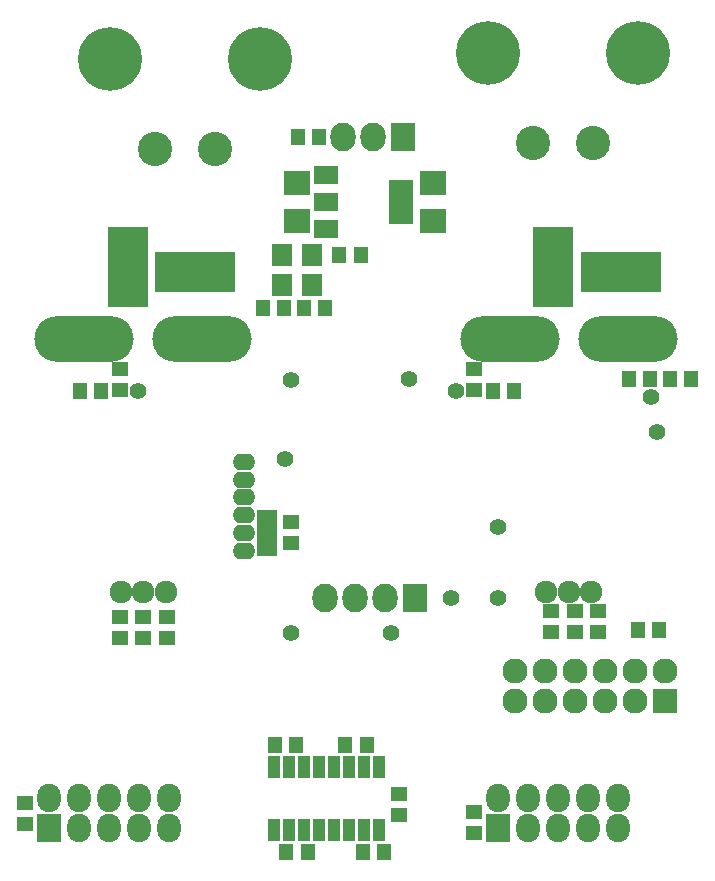
<source format=gbr>
G04 #@! TF.FileFunction,Soldermask,Bot*
%FSLAX46Y46*%
G04 Gerber Fmt 4.6, Leading zero omitted, Abs format (unit mm)*
G04 Created by KiCad (PCBNEW 4.0.5) date 02/07/17 23:03:00*
%MOMM*%
%LPD*%
G01*
G04 APERTURE LIST*
%ADD10C,0.100000*%
%ADD11C,2.900000*%
%ADD12C,5.400000*%
%ADD13C,1.924000*%
%ADD14O,8.400000X3.900000*%
%ADD15R,1.400000X1.200000*%
%ADD16R,2.000000X2.400000*%
%ADD17O,2.000000X2.400000*%
%ADD18R,2.127200X2.432000*%
%ADD19O,2.127200X2.432000*%
%ADD20R,1.200000X1.400000*%
%ADD21R,2.127200X2.127200*%
%ADD22O,2.127200X2.127200*%
%ADD23O,1.924000X1.400000*%
%ADD24R,1.700000X1.900000*%
%ADD25R,2.100000X1.600000*%
%ADD26R,2.100000X3.700000*%
%ADD27R,1.670000X1.365200*%
%ADD28R,1.000000X1.900000*%
%ADD29R,2.200000X2.000000*%
%ADD30R,3.400000X6.900000*%
%ADD31R,6.851600X3.400000*%
%ADD32C,1.400000*%
G04 APERTURE END LIST*
D10*
D11*
X57500000Y-13500000D03*
X62580000Y-13500000D03*
D12*
X53690000Y-5880000D03*
X66390000Y-5880000D03*
D11*
X25500000Y-14000000D03*
X30580000Y-14000000D03*
D12*
X21690000Y-6380000D03*
X34390000Y-6380000D03*
D13*
X26410000Y-51500000D03*
X24500000Y-51500000D03*
X22590000Y-51500000D03*
D14*
X19500000Y-30100000D03*
X29500000Y-30100000D03*
D13*
X62410000Y-51500000D03*
X60500000Y-51500000D03*
X58590000Y-51500000D03*
D14*
X55500000Y-30100000D03*
X65500000Y-30100000D03*
D15*
X52500000Y-70100000D03*
X52500000Y-71900000D03*
X26500000Y-53600000D03*
X26500000Y-55400000D03*
X46100000Y-70400000D03*
X46100000Y-68600000D03*
X63000000Y-53100000D03*
X63000000Y-54900000D03*
X14500000Y-69350000D03*
X14500000Y-71150000D03*
X24500000Y-55400000D03*
X24500000Y-53600000D03*
X61000000Y-54900000D03*
X61000000Y-53100000D03*
D16*
X54500000Y-71500000D03*
D17*
X54500000Y-68960000D03*
X57040000Y-71500000D03*
X57040000Y-68960000D03*
X59580000Y-71500000D03*
X59580000Y-68960000D03*
X62120000Y-71500000D03*
X62120000Y-68960000D03*
X64660000Y-71500000D03*
X64660000Y-68960000D03*
D18*
X47500000Y-52000000D03*
D19*
X44960000Y-52000000D03*
X42420000Y-52000000D03*
X39880000Y-52000000D03*
D20*
X35600000Y-64500000D03*
X37400000Y-64500000D03*
X41600000Y-64500000D03*
X43400000Y-64500000D03*
X38400000Y-73500000D03*
X36600000Y-73500000D03*
X44900000Y-73500000D03*
X43100000Y-73500000D03*
D15*
X22500000Y-53600000D03*
X22500000Y-55400000D03*
X59000000Y-53100000D03*
X59000000Y-54900000D03*
D21*
X68700000Y-60700000D03*
D22*
X68700000Y-58160000D03*
X66160000Y-60700000D03*
X66160000Y-58160000D03*
X63620000Y-60700000D03*
X63620000Y-58160000D03*
X61080000Y-60700000D03*
X61080000Y-58160000D03*
X58540000Y-60700000D03*
X58540000Y-58160000D03*
X56000000Y-60700000D03*
X56000000Y-58160000D03*
D20*
X41100000Y-23000000D03*
X42900000Y-23000000D03*
D23*
X33000000Y-48000000D03*
X33000000Y-46500000D03*
X33000000Y-45000000D03*
X33000000Y-43500000D03*
X33000000Y-42000000D03*
X33000000Y-40500000D03*
D24*
X38750000Y-23000000D03*
X36250000Y-23000000D03*
X36250000Y-25500000D03*
X38750000Y-25500000D03*
D15*
X37000000Y-47400000D03*
X37000000Y-45600000D03*
D25*
X40000000Y-20800000D03*
X40000000Y-18500000D03*
X40000000Y-16200000D03*
D26*
X46300000Y-18500000D03*
D27*
X35000000Y-45230000D03*
X35000000Y-46500000D03*
X35000000Y-47770000D03*
D28*
X35555000Y-66300000D03*
X36825000Y-66300000D03*
X38095000Y-66300000D03*
X39365000Y-66300000D03*
X40635000Y-66300000D03*
X41905000Y-66300000D03*
X43175000Y-66300000D03*
X44445000Y-66300000D03*
X44445000Y-71700000D03*
X43175000Y-71700000D03*
X41905000Y-71700000D03*
X40635000Y-71700000D03*
X39365000Y-71700000D03*
X38095000Y-71700000D03*
X36825000Y-71700000D03*
X35555000Y-71700000D03*
D20*
X66350000Y-54750000D03*
X68150000Y-54750000D03*
D29*
X49000000Y-16900000D03*
X49000000Y-20100000D03*
X37500000Y-16900000D03*
X37500000Y-20100000D03*
D16*
X16500000Y-71500000D03*
D17*
X16500000Y-68960000D03*
X19040000Y-71500000D03*
X19040000Y-68960000D03*
X21580000Y-71500000D03*
X21580000Y-68960000D03*
X24120000Y-71500000D03*
X24120000Y-68960000D03*
X26660000Y-71500000D03*
X26660000Y-68960000D03*
D20*
X39400000Y-13000000D03*
X37600000Y-13000000D03*
D30*
X23200000Y-24000000D03*
D31*
X28900000Y-24400000D03*
D30*
X59200000Y-24000000D03*
D31*
X64900000Y-24400000D03*
D18*
X46500000Y-13000000D03*
D19*
X43960000Y-13000000D03*
X41420000Y-13000000D03*
D20*
X36400000Y-27500000D03*
X34600000Y-27500000D03*
D15*
X22500000Y-34400000D03*
X22500000Y-32600000D03*
X52500000Y-34400000D03*
X52500000Y-32600000D03*
D20*
X69100000Y-33500000D03*
X70900000Y-33500000D03*
X39900000Y-27500000D03*
X38100000Y-27500000D03*
X19100000Y-34500000D03*
X20900000Y-34500000D03*
X55900000Y-34500000D03*
X54100000Y-34500000D03*
X65600000Y-33500000D03*
X67400000Y-33500000D03*
D32*
X50500000Y-52000000D03*
X54500000Y-52000000D03*
X45500000Y-55000000D03*
X37000000Y-55000000D03*
X24000000Y-34500000D03*
X37000000Y-33600000D03*
X54500000Y-46000000D03*
X67500000Y-35000000D03*
X36500000Y-40250000D03*
X47000000Y-33500000D03*
X68000000Y-38000000D03*
X51000000Y-34500000D03*
M02*

</source>
